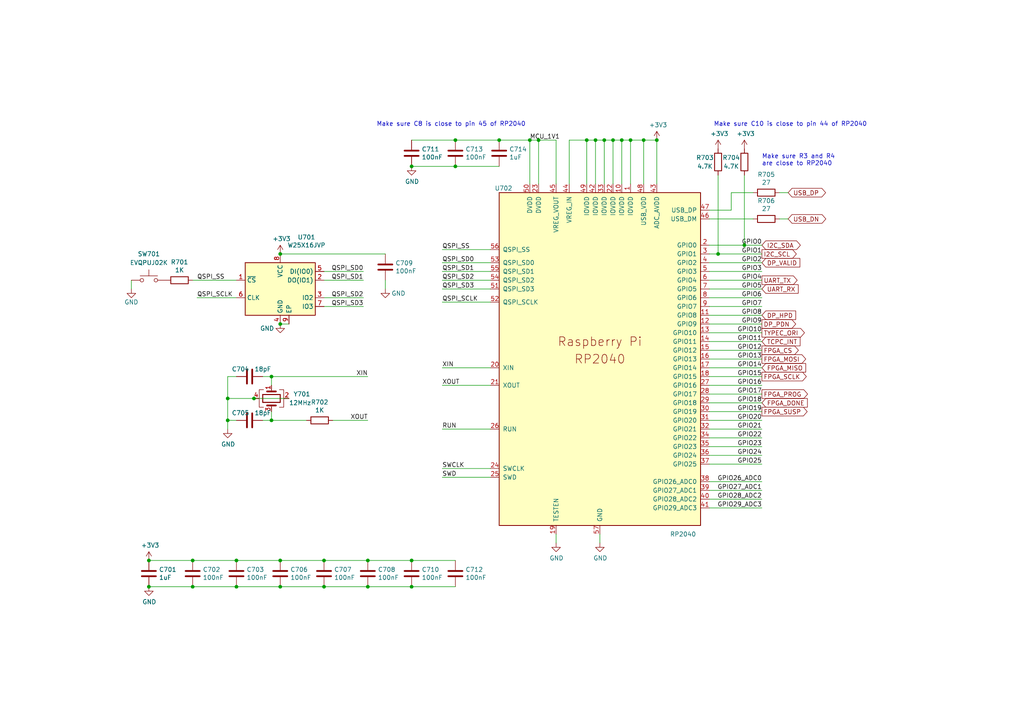
<source format=kicad_sch>
(kicad_sch (version 20211123) (generator eeschema)
  (paper "A4")
  (title_block (title "Caster EPDC") (date "2022-07-03") (rev "R0.4") (company "Copyright 2022 Modos / Engineer: Wenting Zhang"))
  (lib_symbols
    (symbol "Device:C" (pin_numbers hide) (pin_names (offset 0.254))
      (property "Reference" "C" (at 0.635 2.54 0))
      (property "Value" "C" (at 0.635 -2.54 0))
      (symbol "C_0_1"
        (polyline (pts (xy -2.032 -0.762) (xy 2.032 -0.762)) (stroke (width 0.508)))
        (polyline (pts (xy -2.032 0.762) (xy 2.032 0.762)) (stroke (width 0.508)))
      )
      (symbol "C_1_1"
        (pin passive line (at 0 3.81 270) (length 2.794) (name "~") (number "1"))
        (pin passive line (at 0 -3.81 90) (length 2.794) (name "~") (number "2"))
      )
    )
    (symbol "Device:Crystal_GND24" (pin_names (offset 1.016) hide)
      (property "Reference" "Y" (at 3.175 5.08 0))
      (property "Value" "Crystal_GND24" (at 3.175 3.175 0))
      (symbol "Crystal_GND24_0_1"
        (rectangle (start -1.143 2.54) (end 1.143 -2.54) (stroke (width 0.3048)))
        (polyline (pts (xy -2.54 0) (xy -2.032 0)))
        (polyline (pts (xy -2.032 -1.27) (xy -2.032 1.27)) (stroke (width 0.508)))
        (polyline (pts (xy 0 -3.81) (xy 0 -3.556)))
        (polyline (pts (xy 0 3.556) (xy 0 3.81)))
        (polyline (pts (xy 2.032 -1.27) (xy 2.032 1.27)) (stroke (width 0.508)))
        (polyline (pts (xy 2.032 0) (xy 2.54 0)))
        (polyline (pts (xy -2.54 -2.286) (xy -2.54 -3.556) (xy 2.54 -3.556) (xy 2.54 -2.286)))
        (polyline (pts (xy -2.54 2.286) (xy -2.54 3.556) (xy 2.54 3.556) (xy 2.54 2.286)))
      )
      (symbol "Crystal_GND24_1_1"
        (pin passive line (at -3.81 0 0) (length 1.27) (name "1") (number "1"))
        (pin passive line (at 0 5.08 270) (length 1.27) (name "2") (number "2"))
        (pin passive line (at 3.81 0 180) (length 1.27) (name "3") (number "3"))
        (pin passive line (at 0 -5.08 90) (length 1.27) (name "4") (number "4"))
      )
    )
    (symbol "Device:R" (pin_numbers hide) (pin_names (offset 0))
      (property "Reference" "R" (at 2.032 0 90))
      (property "Value" "R" (at 0 0 90))
      (symbol "R_0_1"
        (rectangle (start -1.016 -2.54) (end 1.016 2.54) (stroke (width 0.254)))
      )
      (symbol "R_1_1"
        (pin passive line (at 0 3.81 270) (length 1.27) (name "~") (number "1"))
        (pin passive line (at 0 -3.81 90) (length 1.27) (name "~") (number "2"))
      )
    )
    (symbol "MCU_RaspberryPi_RP2040:RP2040" (pin_names (offset 1.016))
      (property "Reference" "U" (at -29.21 49.53 0))
      (property "Value" "RP2040" (at 24.13 -49.53 0))
      (symbol "RP2040_0_0"
        (text "Raspberry Pi" (at 0 5.08 0) (effects (font (size 2.54 2.54))))
        (text "RP2040" (at 0 0 0) (effects (font (size 2.54 2.54))))
      )
      (symbol "RP2040_0_1"
        (rectangle (start 29.21 48.26) (end -29.21 -48.26) (stroke (width 0.254)) (fill (type background)))
      )
      (symbol "RP2040_1_1"
        (pin power_in line (at 8.89 50.8 270) (length 2.54) (name "IOVDD") (number "1"))
        (pin power_in line (at 6.35 50.8 270) (length 2.54) (name "IOVDD") (number "10"))
        (pin bidirectional line (at 31.75 12.7 180) (length 2.54) (name "GPIO8") (number "11"))
        (pin bidirectional line (at 31.75 10.16 180) (length 2.54) (name "GPIO9") (number "12"))
        (pin bidirectional line (at 31.75 7.62 180) (length 2.54) (name "GPIO10") (number "13"))
        (pin bidirectional line (at 31.75 5.08 180) (length 2.54) (name "GPIO11") (number "14"))
        (pin bidirectional line (at 31.75 2.54 180) (length 2.54) (name "GPIO12") (number "15"))
        (pin bidirectional line (at 31.75 0 180) (length 2.54) (name "GPIO13") (number "16"))
        (pin bidirectional line (at 31.75 -2.54 180) (length 2.54) (name "GPIO14") (number "17"))
        (pin bidirectional line (at 31.75 -5.08 180) (length 2.54) (name "GPIO15") (number "18"))
        (pin passive line (at -12.7 -50.8 90) (length 2.54) (name "TESTEN") (number "19"))
        (pin bidirectional line (at 31.75 33.02 180) (length 2.54) (name "GPIO0") (number "2"))
        (pin input line (at -31.75 -2.54 0) (length 2.54) (name "XIN") (number "20"))
        (pin passive line (at -31.75 -7.62 0) (length 2.54) (name "XOUT") (number "21"))
        (pin power_in line (at 3.81 50.8 270) (length 2.54) (name "IOVDD") (number "22"))
        (pin power_in line (at -17.78 50.8 270) (length 2.54) (name "DVDD") (number "23"))
        (pin output line (at -31.75 -31.75 0) (length 2.54) (name "SWCLK") (number "24"))
        (pin bidirectional line (at -31.75 -34.29 0) (length 2.54) (name "SWD") (number "25"))
        (pin input line (at -31.75 -20.32 0) (length 2.54) (name "RUN") (number "26"))
        (pin bidirectional line (at 31.75 -7.62 180) (length 2.54) (name "GPIO16") (number "27"))
        (pin bidirectional line (at 31.75 -10.16 180) (length 2.54) (name "GPIO17") (number "28"))
        (pin bidirectional line (at 31.75 -12.7 180) (length 2.54) (name "GPIO18") (number "29"))
        (pin bidirectional line (at 31.75 30.48 180) (length 2.54) (name "GPIO1") (number "3"))
        (pin bidirectional line (at 31.75 -15.24 180) (length 2.54) (name "GPIO19") (number "30"))
        (pin bidirectional line (at 31.75 -17.78 180) (length 2.54) (name "GPIO20") (number "31"))
        (pin bidirectional line (at 31.75 -20.32 180) (length 2.54) (name "GPIO21") (number "32"))
        (pin power_in line (at 1.27 50.8 270) (length 2.54) (name "IOVDD") (number "33"))
        (pin bidirectional line (at 31.75 -22.86 180) (length 2.54) (name "GPIO22") (number "34"))
        (pin bidirectional line (at 31.75 -25.4 180) (length 2.54) (name "GPIO23") (number "35"))
        (pin bidirectional line (at 31.75 -27.94 180) (length 2.54) (name "GPIO24") (number "36"))
        (pin bidirectional line (at 31.75 -30.48 180) (length 2.54) (name "GPIO25") (number "37"))
        (pin bidirectional line (at 31.75 -35.56 180) (length 2.54) (name "GPIO26_ADC0") (number "38"))
        (pin bidirectional line (at 31.75 -38.1 180) (length 2.54) (name "GPIO27_ADC1") (number "39"))
        (pin bidirectional line (at 31.75 27.94 180) (length 2.54) (name "GPIO2") (number "4"))
        (pin bidirectional line (at 31.75 -40.64 180) (length 2.54) (name "GPIO28_ADC2") (number "40"))
        (pin bidirectional line (at 31.75 -43.18 180) (length 2.54) (name "GPIO29_ADC3") (number "41"))
        (pin power_in line (at -1.27 50.8 270) (length 2.54) (name "IOVDD") (number "42"))
        (pin power_in line (at 16.51 50.8 270) (length 2.54) (name "ADC_AVDD") (number "43"))
        (pin power_in line (at -8.89 50.8 270) (length 2.54) (name "VREG_IN") (number "44"))
        (pin power_out line (at -12.7 50.8 270) (length 2.54) (name "VREG_VOUT") (number "45"))
        (pin bidirectional line (at 31.75 40.64 180) (length 2.54) (name "USB_DM") (number "46"))
        (pin bidirectional line (at 31.75 43.18 180) (length 2.54) (name "USB_DP") (number "47"))
        (pin power_in line (at 12.7 50.8 270) (length 2.54) (name "USB_VDD") (number "48"))
        (pin power_in line (at -3.81 50.8 270) (length 2.54) (name "IOVDD") (number "49"))
        (pin bidirectional line (at 31.75 25.4 180) (length 2.54) (name "GPIO3") (number "5"))
        (pin power_in line (at -20.32 50.8 270) (length 2.54) (name "DVDD") (number "50"))
        (pin bidirectional line (at -31.75 20.32 0) (length 2.54) (name "QSPI_SD3") (number "51"))
        (pin output line (at -31.75 16.51 0) (length 2.54) (name "QSPI_SCLK") (number "52"))
        (pin bidirectional line (at -31.75 27.94 0) (length 2.54) (name "QSPI_SD0") (number "53"))
        (pin bidirectional line (at -31.75 22.86 0) (length 2.54) (name "QSPI_SD2") (number "54"))
        (pin bidirectional line (at -31.75 25.4 0) (length 2.54) (name "QSPI_SD1") (number "55"))
        (pin bidirectional line (at -31.75 31.75 0) (length 2.54) (name "QSPI_SS") (number "56"))
        (pin power_in line (at 0 -50.8 90) (length 2.54) (name "GND") (number "57"))
        (pin bidirectional line (at 31.75 22.86 180) (length 2.54) (name "GPIO4") (number "6"))
        (pin bidirectional line (at 31.75 20.32 180) (length 2.54) (name "GPIO5") (number "7"))
        (pin bidirectional line (at 31.75 17.78 180) (length 2.54) (name "GPIO6") (number "8"))
        (pin bidirectional line (at 31.75 15.24 180) (length 2.54) (name "GPIO7") (number "9"))
      )
    )
    (symbol "Memory_Flash:W25Q32JVZP"
      (property "Reference" "U" (at -8.89 8.89 0))
      (property "Value" "W25Q32JVZP" (at 7.62 8.89 0))
      (symbol "W25Q32JVZP_0_1"
        (rectangle (start -10.16 7.62) (end 10.16 -7.62) (stroke (width 0.254)) (fill (type background)))
      )
      (symbol "W25Q32JVZP_1_1"
        (pin input line (at -12.7 2.54 0) (length 2.54) (name "~{CS}") (number "1"))
        (pin bidirectional line (at 12.7 2.54 180) (length 2.54) (name "DO(IO1)") (number "2"))
        (pin bidirectional line (at 12.7 -2.54 180) (length 2.54) (name "IO2") (number "3"))
        (pin power_in line (at 0 -10.16 90) (length 2.54) (name "GND") (number "4"))
        (pin bidirectional line (at 12.7 5.08 180) (length 2.54) (name "DI(IO0)") (number "5"))
        (pin input line (at -12.7 -2.54 0) (length 2.54) (name "CLK") (number "6"))
        (pin bidirectional line (at 12.7 -5.08 180) (length 2.54) (name "IO3") (number "7"))
        (pin power_in line (at 0 10.16 270) (length 2.54) (name "VCC") (number "8"))
        (pin passive line (at 2.54 -10.16 90) (length 2.54) (name "EP") (number "9"))
      )
    )
    (symbol "Switch:SW_Push" (pin_numbers hide) (pin_names (offset 1.016) hide)
      (property "Reference" "SW" (at 1.27 2.54 0))
      (property "Value" "SW_Push" (at 0 -1.524 0))
      (symbol "SW_Push_0_1"
        (circle (center -2.032 0) (radius 0.508))
        (polyline (pts (xy 0 1.27) (xy 0 3.048)))
        (polyline (pts (xy 2.54 1.27) (xy -2.54 1.27)))
        (circle (center 2.032 0) (radius 0.508))
        (pin passive line (at -5.08 0 0) (length 2.54) (name "1") (number "1"))
        (pin passive line (at 5.08 0 180) (length 2.54) (name "2") (number "2"))
      )
    )
    (symbol "power:+3V3" (power) (pin_names (offset 0))
      (property "Value" "+3V3" (at 0 3.556 0))
      (symbol "+3V3_0_1"
        (polyline (pts (xy -0.762 1.27) (xy 0 2.54)))
        (polyline (pts (xy 0 0) (xy 0 2.54)))
        (polyline (pts (xy 0 2.54) (xy 0.762 1.27)))
      )
      (symbol "+3V3_1_1"
        (pin power_in line (at 0 0 90) (length 0) hide (name "+3V3") (number "1"))
      )
    )
    (symbol "power:GND" (power) (pin_names (offset 0))
      (property "Value" "GND" (at 0 -3.81 0))
      (symbol "GND_0_1"
        (polyline (pts (xy 0 0) (xy 0 -1.27) (xy 1.27 -1.27) (xy 0 -2.54) (xy -1.27 -1.27) (xy 0 -1.27)))
      )
      (symbol "GND_1_1"
        (pin power_in line (at 0 0 270) (length 0) hide (name "GND") (number "1"))
      )
    )
  )
  (junction (at 156.21 40.64) (diameter 0.9144))
  (junction (at 153.67 40.64) (diameter 0.9144))
  (junction (at 68.58 170.18) (diameter 0.9144))
  (junction (at 172.72 40.64) (diameter 0.9144))
  (junction (at 106.68 170.18) (diameter 0.9144))
  (junction (at 177.8 40.64) (diameter 0.9144))
  (junction (at 78.74 121.92) (diameter 0.9144))
  (junction (at 81.28 162.56) (diameter 0.9144))
  (junction (at 119.38 162.56) (diameter 0.9144))
  (junction (at 93.98 170.18) (diameter 0.9144))
  (junction (at 144.78 40.64) (diameter 0.9144))
  (junction (at 119.38 48.26) (diameter 0.9144))
  (junction (at 73.66 115.57) (diameter 0.9144))
  (junction (at 175.26 40.64) (diameter 0.9144))
  (junction (at 43.18 170.18) (diameter 0.9144))
  (junction (at 106.68 162.56) (diameter 0.9144))
  (junction (at 78.74 109.22) (diameter 0.9144))
  (junction (at 81.28 73.66))
  (junction (at 55.88 162.56) (diameter 0.9144))
  (junction (at 180.34 40.64) (diameter 0.9144))
  (junction (at 182.88 40.64) (diameter 0.9144))
  (junction (at 132.08 48.26) (diameter 0.9144))
  (junction (at 55.88 170.18) (diameter 0.9144))
  (junction (at 66.04 115.57) (diameter 0.9144))
  (junction (at 66.04 121.92) (diameter 0.9144))
  (junction (at 190.5 40.64) (diameter 0.9144))
  (junction (at 132.08 40.64) (diameter 0.9144))
  (junction (at 68.58 162.56) (diameter 0.9144))
  (junction (at 93.98 162.56) (diameter 0.9144))
  (junction (at 81.28 170.18) (diameter 0.9144))
  (junction (at 119.38 170.18) (diameter 0.9144))
  (junction (at 43.18 162.56) (diameter 0.9144))
  (junction (at 81.28 93.98))
  (junction (at 170.18 40.64) (diameter 0.9144))
  (junction (at 186.69 40.64) (diameter 0.9144))
  (junction (at 215.9 71.12) (diameter 0.9144))
  (junction (at 208.28 73.66) (diameter 0.9144))
  (wire (pts (xy 205.74 73.66) (xy 208.28 73.66)))
  (wire (pts (xy 111.76 81.28) (xy 111.76 83.82)))
  (wire (pts (xy 119.38 40.64) (xy 132.08 40.64)))
  (wire (pts (xy 175.26 40.64) (xy 177.8 40.64)))
  (wire (pts (xy 205.74 134.62) (xy 220.98 134.62)))
  (wire (pts (xy 78.74 111.76) (xy 78.74 109.22)))
  (wire (pts (xy 190.5 40.64) (xy 190.5 53.34)))
  (wire (pts (xy 186.69 53.34) (xy 186.69 40.64)))
  (wire (pts (xy 93.98 81.28) (xy 105.41 81.28)))
  (wire (pts (xy 81.28 93.98) (xy 83.82 93.98)))
  (wire (pts (xy 96.52 121.92) (xy 106.68 121.92)))
  (wire (pts (xy 93.98 170.18) (xy 106.68 170.18)))
  (wire (pts (xy 66.04 121.92) (xy 68.58 121.92)))
  (wire (pts (xy 186.69 40.64) (xy 190.5 40.64)))
  (wire (pts (xy 78.74 121.92) (xy 76.2 121.92)))
  (wire (pts (xy 153.67 40.64) (xy 153.67 53.34)))
  (wire (pts (xy 66.04 121.92) (xy 66.04 124.46)))
  (wire (pts (xy 205.74 81.28) (xy 220.98 81.28)))
  (wire (pts (xy 156.21 40.64) (xy 153.67 40.64)))
  (wire (pts (xy 161.29 154.94) (xy 161.29 157.48)))
  (wire (pts (xy 177.8 53.34) (xy 177.8 40.64)))
  (wire (pts (xy 205.74 119.38) (xy 220.98 119.38)))
  (wire (pts (xy 205.74 101.6) (xy 220.98 101.6)))
  (wire (pts (xy 119.38 48.26) (xy 132.08 48.26)))
  (wire (pts (xy 180.34 53.34) (xy 180.34 40.64)))
  (wire (pts (xy 226.06 63.5) (xy 228.6 63.5)))
  (wire (pts (xy 68.58 162.56) (xy 81.28 162.56)))
  (wire (pts (xy 76.2 109.22) (xy 78.74 109.22)))
  (wire (pts (xy 205.74 121.92) (xy 220.98 121.92)))
  (wire (pts (xy 165.1 53.34) (xy 165.1 40.64)))
  (wire (pts (xy 208.28 50.8) (xy 208.28 73.66)))
  (wire (pts (xy 78.74 109.22) (xy 106.68 109.22)))
  (wire (pts (xy 205.74 60.96) (xy 212.09 60.96)))
  (wire (pts (xy 205.74 78.74) (xy 220.98 78.74)))
  (wire (pts (xy 208.28 73.66) (xy 220.98 73.66)))
  (wire (pts (xy 177.8 40.64) (xy 180.34 40.64)))
  (wire (pts (xy 128.27 124.46) (xy 142.24 124.46)))
  (wire (pts (xy 66.04 109.22) (xy 66.04 115.57)))
  (wire (pts (xy 83.82 115.57) (xy 73.66 115.57)))
  (wire (pts (xy 205.74 86.36) (xy 220.98 86.36)))
  (wire (pts (xy 66.04 115.57) (xy 73.66 115.57)))
  (wire (pts (xy 38.1 81.28) (xy 38.1 83.82)))
  (wire (pts (xy 215.9 50.8) (xy 215.9 71.12)))
  (wire (pts (xy 119.38 170.18) (xy 132.08 170.18)))
  (wire (pts (xy 93.98 162.56) (xy 106.68 162.56)))
  (wire (pts (xy 205.74 91.44) (xy 220.98 91.44)))
  (wire (pts (xy 78.74 119.38) (xy 78.74 121.92)))
  (wire (pts (xy 119.38 162.56) (xy 132.08 162.56)))
  (wire (pts (xy 142.24 135.89) (xy 128.27 135.89)))
  (wire (pts (xy 132.08 48.26) (xy 144.78 48.26)))
  (wire (pts (xy 128.27 106.68) (xy 142.24 106.68)))
  (wire (pts (xy 128.27 83.82) (xy 142.24 83.82)))
  (wire (pts (xy 173.99 154.94) (xy 173.99 157.48)))
  (wire (pts (xy 170.18 53.34) (xy 170.18 40.64)))
  (wire (pts (xy 205.74 83.82) (xy 220.98 83.82)))
  (wire (pts (xy 205.74 106.68) (xy 220.98 106.68)))
  (wire (pts (xy 205.74 142.24) (xy 220.98 142.24)))
  (wire (pts (xy 55.88 162.56) (xy 68.58 162.56)))
  (wire (pts (xy 205.74 71.12) (xy 215.9 71.12)))
  (wire (pts (xy 205.74 76.2) (xy 220.98 76.2)))
  (wire (pts (xy 132.08 40.64) (xy 144.78 40.64)))
  (wire (pts (xy 180.34 40.64) (xy 182.88 40.64)))
  (wire (pts (xy 205.74 111.76) (xy 220.98 111.76)))
  (wire (pts (xy 205.74 127) (xy 220.98 127)))
  (wire (pts (xy 68.58 109.22) (xy 66.04 109.22)))
  (wire (pts (xy 172.72 53.34) (xy 172.72 40.64)))
  (wire (pts (xy 142.24 72.39) (xy 128.27 72.39)))
  (wire (pts (xy 226.06 55.88) (xy 228.6 55.88)))
  (wire (pts (xy 205.74 104.14) (xy 220.98 104.14)))
  (wire (pts (xy 81.28 170.18) (xy 93.98 170.18)))
  (wire (pts (xy 106.68 162.56) (xy 119.38 162.56)))
  (wire (pts (xy 182.88 40.64) (xy 186.69 40.64)))
  (wire (pts (xy 156.21 53.34) (xy 156.21 40.64)))
  (wire (pts (xy 205.74 129.54) (xy 220.98 129.54)))
  (wire (pts (xy 144.78 40.64) (xy 153.67 40.64)))
  (wire (pts (xy 43.18 170.18) (xy 55.88 170.18)))
  (wire (pts (xy 93.98 86.36) (xy 105.41 86.36)))
  (wire (pts (xy 81.28 162.56) (xy 93.98 162.56)))
  (wire (pts (xy 205.74 139.7) (xy 220.98 139.7)))
  (wire (pts (xy 205.74 144.78) (xy 220.98 144.78)))
  (wire (pts (xy 156.21 40.64) (xy 161.29 40.64)))
  (wire (pts (xy 161.29 40.64) (xy 161.29 53.34)))
  (wire (pts (xy 172.72 40.64) (xy 175.26 40.64)))
  (wire (pts (xy 205.74 132.08) (xy 220.98 132.08)))
  (wire (pts (xy 170.18 40.64) (xy 172.72 40.64)))
  (wire (pts (xy 88.9 121.92) (xy 78.74 121.92)))
  (wire (pts (xy 205.74 147.32) (xy 220.98 147.32)))
  (wire (pts (xy 43.18 162.56) (xy 55.88 162.56)))
  (wire (pts (xy 205.74 93.98) (xy 220.98 93.98)))
  (wire (pts (xy 205.74 63.5) (xy 218.44 63.5)))
  (wire (pts (xy 81.28 73.66) (xy 111.76 73.66)))
  (wire (pts (xy 205.74 116.84) (xy 220.98 116.84)))
  (wire (pts (xy 93.98 88.9) (xy 105.41 88.9)))
  (wire (pts (xy 205.74 124.46) (xy 220.98 124.46)))
  (wire (pts (xy 142.24 138.43) (xy 128.27 138.43)))
  (wire (pts (xy 57.15 86.36) (xy 68.58 86.36)))
  (wire (pts (xy 55.88 81.28) (xy 68.58 81.28)))
  (wire (pts (xy 128.27 76.2) (xy 142.24 76.2)))
  (wire (pts (xy 165.1 40.64) (xy 170.18 40.64)))
  (wire (pts (xy 142.24 111.76) (xy 128.27 111.76)))
  (wire (pts (xy 68.58 170.18) (xy 81.28 170.18)))
  (wire (pts (xy 205.74 96.52) (xy 220.98 96.52)))
  (wire (pts (xy 66.04 115.57) (xy 66.04 121.92)))
  (wire (pts (xy 93.98 78.74) (xy 105.41 78.74)))
  (wire (pts (xy 205.74 114.3) (xy 220.98 114.3)))
  (wire (pts (xy 175.26 53.34) (xy 175.26 40.64)))
  (wire (pts (xy 205.74 109.22) (xy 220.98 109.22)))
  (wire (pts (xy 182.88 40.64) (xy 182.88 53.34)))
  (wire (pts (xy 55.88 170.18) (xy 68.58 170.18)))
  (wire (pts (xy 215.9 71.12) (xy 220.98 71.12)))
  (wire (pts (xy 212.09 55.88) (xy 218.44 55.88)))
  (wire (pts (xy 205.74 88.9) (xy 220.98 88.9)))
  (wire (pts (xy 142.24 87.63) (xy 128.27 87.63)))
  (wire (pts (xy 106.68 170.18) (xy 119.38 170.18)))
  (wire (pts (xy 212.09 55.88) (xy 212.09 60.96)))
  (wire (pts (xy 128.27 81.28) (xy 142.24 81.28)))
  (wire (pts (xy 128.27 78.74) (xy 142.24 78.74)))
  (wire (pts (xy 205.74 99.06) (xy 220.98 99.06)))
  (text "Make sure R3 and R4\nare close to RP2040" (at 220.98 48.26 0) (effects (font (size 1.27 1.27)) (justify left bottom)))
  (text "Make sure C10 is close to pin 44 of RP2040" (at 207.01 36.83 0) (effects (font (size 1.27 1.27)) (justify left bottom)))
  (text "Make sure C8 is close to pin 45 of RP2040" (at 109.22 36.83 0) (effects (font (size 1.27 1.27)) (justify left bottom)))
  (label "XIN" (at 106.68 109.22 180))
  (label "QSPI_SD2" (at 105.41 86.36 180))
  (label "QSPI_SD0" (at 128.27 76.2 0))
  (label "GPIO4" (at 220.98 81.28 180))
  (label "QSPI_SD3" (at 105.41 88.9 180))
  (label "XOUT" (at 106.68 121.92 180))
  (label "GPIO27_ADC1" (at 220.98 142.24 180))
  (label "GPIO13" (at 220.98 104.14 180))
  (label "QSPI_SD0" (at 105.41 78.74 180))
  (label "GPIO23" (at 220.98 129.54 180))
  (label "QSPI_SS" (at 57.15 81.28 0))
  (label "GPIO11" (at 220.98 99.06 180))
  (label "GPIO20" (at 220.98 121.92 180))
  (label "XIN" (at 128.27 106.68 0))
  (label "GPIO14" (at 220.98 106.68 180))
  (label "QSPI_SD1" (at 128.27 78.74 0))
  (label "GPIO5" (at 220.98 83.82 180))
  (label "GPIO16" (at 220.98 111.76 180))
  (label "GPIO26_ADC0" (at 220.98 139.7 180))
  (label "GPIO0" (at 220.98 71.12 180))
  (label "GPIO9" (at 220.98 93.98 180))
  (label "GPIO7" (at 220.98 88.9 180))
  (label "XOUT" (at 128.27 111.76 0))
  (label "QSPI_SCLK" (at 57.15 86.36 0))
  (label "GPIO21" (at 220.98 124.46 180))
  (label "GPIO22" (at 220.98 127 180))
  (label "QSPI_SD1" (at 105.41 81.28 180))
  (label "SWCLK" (at 128.27 135.89 0))
  (label "GPIO18" (at 220.98 116.84 180))
  (label "GPIO6" (at 220.98 86.36 180))
  (label "SWD" (at 128.27 138.43 0))
  (label "RUN" (at 128.27 124.46 0))
  (label "GPIO15" (at 220.98 109.22 180))
  (label "GPIO10" (at 220.98 96.52 180))
  (label "QSPI_SS" (at 128.27 72.39 0))
  (label "GPIO12" (at 220.98 101.6 180))
  (label "GPIO19" (at 220.98 119.38 180))
  (label "GPIO24" (at 220.98 132.08 180))
  (label "QSPI_SD2" (at 128.27 81.28 0))
  (label "GPIO8" (at 220.98 91.44 180))
  (label "QSPI_SCLK" (at 128.27 87.63 0))
  (label "QSPI_SD3" (at 128.27 83.82 0))
  (label "GPIO17" (at 220.98 114.3 180))
  (label "MCU_1V1" (at 153.67 40.64 0))
  (label "GPIO1" (at 220.98 73.66 180))
  (label "GPIO28_ADC2" (at 220.98 144.78 180))
  (label "GPIO2" (at 220.98 76.2 180))
  (label "GPIO3" (at 220.98 78.74 180))
  (label "GPIO29_ADC3" (at 220.98 147.32 180))
  (label "GPIO25" (at 220.98 134.62 180))
  (global_label "UART_RX" (shape input) (at 220.98 83.82 0) (property "Intersheet References" "${INTERSHEET_REFS}" (effects hide)))
  (global_label "USB_DN" (shape bidirectional) (at 228.6 63.5 0) (property "Intersheet References" "${INTERSHEET_REFS}" (effects hide)))
  (global_label "DP_PDN" (shape output) (at 220.98 93.98 0) (property "Intersheet References" "${INTERSHEET_REFS}" (effects hide)))
  (global_label "I2C_SCL" (shape output) (at 220.98 73.66 0) (property "Intersheet References" "${INTERSHEET_REFS}" (effects hide)))
  (global_label "FPGA_MISO" (shape input) (at 220.98 106.68 0) (property "Intersheet References" "${INTERSHEET_REFS}" (effects hide)))
  (global_label "UART_TX" (shape output) (at 220.98 81.28 0) (property "Intersheet References" "${INTERSHEET_REFS}" (effects hide)))
  (global_label "FPGA_CS" (shape output) (at 220.98 101.6 0) (property "Intersheet References" "${INTERSHEET_REFS}" (effects hide)))
  (global_label "TCPC_INT" (shape input) (at 220.98 99.06 0) (property "Intersheet References" "${INTERSHEET_REFS}" (effects hide)))
  (global_label "FPGA_SUSP" (shape output) (at 220.98 119.38 0) (property "Intersheet References" "${INTERSHEET_REFS}" (effects hide)))
  (global_label "FPGA_SCLK" (shape output) (at 220.98 109.22 0) (property "Intersheet References" "${INTERSHEET_REFS}" (effects hide)))
  (global_label "DP_HPD" (shape input) (at 220.98 91.44 0) (property "Intersheet References" "${INTERSHEET_REFS}" (effects hide)))
  (global_label "TYPEC_ORI" (shape output) (at 220.98 96.52 0) (property "Intersheet References" "${INTERSHEET_REFS}" (effects hide)))
  (global_label "I2C_SDA" (shape bidirectional) (at 220.98 71.12 0) (property "Intersheet References" "${INTERSHEET_REFS}" (effects hide)))
  (global_label "FPGA_PROG" (shape output) (at 220.98 114.3 0) (property "Intersheet References" "${INTERSHEET_REFS}" (effects hide)))
  (global_label "FPGA_DONE" (shape input) (at 220.98 116.84 0) (property "Intersheet References" "${INTERSHEET_REFS}" (effects hide)))
  (global_label "FPGA_MOSI" (shape output) (at 220.98 104.14 0) (property "Intersheet References" "${INTERSHEET_REFS}" (effects hide)))
  (global_label "USB_DP" (shape bidirectional) (at 228.6 55.88 0) (property "Intersheet References" "${INTERSHEET_REFS}" (effects hide)))
  (global_label "DP_VALID" (shape input) (at 220.98 76.2 0) (property "Intersheet References" "${INTERSHEET_REFS}" (effects hide)))
  (symbol (lib_id "Device:C") (at 68.58 166.37 0) (unit 1)
    (property "Reference" "C703" (at 71.501 165.2016 0) (effects (justify left)))
    (property "Value" "100nF" (at 71.501 167.513 0) (effects (justify left)))
    (property "Footprint" "Capacitor_SMD:C_0402_1005Metric" (effects hide))
  )
  (symbol (lib_id "power:GND") (at 119.38 48.26 0) (unit 1)
    (property "Reference" "#PWR0158" (effects hide))
    (property "Value" "GND" (at 119.507 52.6542 0))
  )
  (symbol (lib_id "Switch:SW_Push") (at 43.18 81.28 0) (mirror y) (unit 1)
    (property "Reference" "SW701" (at 43.18 73.66 0))
    (property "Value" "EVQPUJ02K" (at 43.18 76.2 0))
    (property "Footprint" "Button_Switch_SMD:SW_SPST_CK_KXT3" (effects hide))
  )
  (symbol (lib_id "power:GND") (at 161.29 157.48 0) (unit 1)
    (property "Reference" "#PWR0161" (effects hide))
    (property "Value" "GND" (at 161.417 161.8742 0))
  )
  (symbol (lib_id "Device:R") (at 92.71 121.92 270) (unit 1)
    (property "Reference" "R702" (at 92.71 116.6622 90))
    (property "Value" "1K" (at 92.71 118.9736 90))
    (property "Footprint" "Resistor_SMD:R_0402_1005Metric" (effects hide))
  )
  (symbol (lib_id "power:+3V3") (at 190.5 40.64 0) (unit 1)
    (property "Reference" "#PWR0171" (effects hide))
    (property "Value" "+3V3" (at 190.881 36.2458 0))
  )
  (symbol (lib_id "Device:C") (at 81.28 166.37 0) (unit 1)
    (property "Reference" "C706" (at 84.201 165.2016 0) (effects (justify left)))
    (property "Value" "100nF" (at 84.201 167.513 0) (effects (justify left)))
    (property "Footprint" "Capacitor_SMD:C_0402_1005Metric" (effects hide))
  )
  (symbol (lib_id "power:GND") (at 66.04 124.46 0) (unit 1)
    (property "Reference" "#PWR0165" (effects hide))
    (property "Value" "GND" (at 66.167 128.8542 0))
  )
  (symbol (lib_id "Device:C") (at 106.68 166.37 0) (unit 1)
    (property "Reference" "C708" (at 109.601 165.2016 0) (effects (justify left)))
    (property "Value" "100nF" (at 109.601 167.513 0) (effects (justify left)))
    (property "Footprint" "Capacitor_SMD:C_0402_1005Metric" (effects hide))
  )
  (symbol (lib_id "Device:C") (at 55.88 166.37 0) (unit 1)
    (property "Reference" "C702" (at 58.801 165.2016 0) (effects (justify left)))
    (property "Value" "100nF" (at 58.801 167.513 0) (effects (justify left)))
    (property "Footprint" "Capacitor_SMD:C_0402_1005Metric" (effects hide))
  )
  (symbol (lib_id "Device:C") (at 43.18 166.37 0) (unit 1)
    (property "Reference" "C701" (at 46.101 165.202 0) (effects (justify left)))
    (property "Value" "1uF" (at 46.101 167.513 0) (effects (justify left)))
    (property "Footprint" "Capacitor_SMD:C_0402_1005Metric" (effects hide))
  )
  (symbol (lib_id "power:GND") (at 173.99 157.48 0) (unit 1)
    (property "Reference" "#PWR0160" (effects hide))
    (property "Value" "GND" (at 174.117 161.8742 0))
  )
  (symbol (lib_id "Device:C") (at 132.08 44.45 0) (unit 1)
    (property "Reference" "C713" (at 135.001 43.2816 0) (effects (justify left)))
    (property "Value" "100nF" (at 135.001 45.593 0) (effects (justify left)))
    (property "Footprint" "Capacitor_SMD:C_0402_1005Metric" (effects hide))
  )
  (symbol (lib_id "Device:C") (at 111.76 77.47 0) (unit 1)
    (property "Reference" "C709" (at 114.681 76.3016 0) (effects (justify left)))
    (property "Value" "100nF" (at 114.681 78.613 0) (effects (justify left)))
    (property "Footprint" "Capacitor_SMD:C_0402_1005Metric" (effects hide))
  )
  (symbol (lib_id "power:GND") (at 38.1 83.82 0) (unit 1)
    (property "Reference" "#PWR0164" (effects hide))
    (property "Value" "GND" (at 38.1 87.63 0))
  )
  (symbol (lib_id "Device:R") (at 222.25 63.5 270) (unit 1)
    (property "Reference" "R706" (at 222.25 58.2422 90))
    (property "Value" "27" (at 222.25 60.5536 90))
    (property "Footprint" "Resistor_SMD:R_0402_1005Metric" (effects hide))
  )
  (symbol (lib_id "Device:C") (at 119.38 166.37 0) (unit 1)
    (property "Reference" "C710" (at 122.301 165.2016 0) (effects (justify left)))
    (property "Value" "100nF" (at 122.301 167.513 0) (effects (justify left)))
    (property "Footprint" "Capacitor_SMD:C_0402_1005Metric" (effects hide))
  )
  (symbol (lib_id "power:+3V3") (at 43.18 162.56 0) (unit 1)
    (property "Reference" "#PWR0162" (effects hide))
    (property "Value" "+3V3" (at 43.561 158.1658 0))
  )
  (symbol (lib_id "MCU_RaspberryPi_RP2040:RP2040") (at 173.99 104.14 0) (unit 1)
    (property "Reference" "U702" (at 146.05 54.61 0))
    (property "Value" "RP2040" (at 198.12 154.94 0))
    (property "Footprint" "footprints:RP2040-QFN-56" (effects hide))
  )
  (symbol (lib_id "Device:C") (at 93.98 166.37 0) (unit 1)
    (property "Reference" "C707" (at 96.901 165.2016 0) (effects (justify left)))
    (property "Value" "100nF" (at 96.901 167.513 0) (effects (justify left)))
    (property "Footprint" "Capacitor_SMD:C_0402_1005Metric" (effects hide))
  )
  (symbol (lib_id "Device:R") (at 208.28 46.99 0) (unit 1)
    (property "Reference" "R703" (at 204.47 45.72 0))
    (property "Value" "4.7K" (at 204.47 48.26 0))
    (property "Footprint" "Resistor_SMD:R_0402_1005Metric" (effects hide))
  )
  (symbol (lib_id "Device:C") (at 72.39 109.22 270) (unit 1)
    (property "Reference" "C704" (at 67.2084 107.061 90) (effects (justify left)))
    (property "Value" "18pF" (at 73.787 107.061 90) (effects (justify left)))
    (property "Footprint" "Capacitor_SMD:C_0402_1005Metric" (effects hide))
  )
  (symbol (lib_id "power:GND") (at 111.76 83.82 0) (unit 1)
    (property "Reference" "#PWR0168" (effects hide))
    (property "Value" "GND" (at 115.57 85.09 0))
  )
  (symbol (lib_id "Device:R") (at 52.07 81.28 270) (unit 1)
    (property "Reference" "R701" (at 52.07 76.0222 90))
    (property "Value" "1K" (at 52.07 78.3336 90))
    (property "Footprint" "Resistor_SMD:R_0402_1005Metric" (effects hide))
  )
  (symbol (lib_id "Device:C") (at 144.78 44.45 0) (unit 1)
    (property "Reference" "C714" (at 147.701 43.2816 0) (effects (justify left)))
    (property "Value" "1uF" (at 147.701 45.593 0) (effects (justify left)))
    (property "Footprint" "Capacitor_SMD:C_0402_1005Metric" (effects hide))
  )
  (symbol (lib_id "power:GND") (at 43.18 170.18 0) (unit 1)
    (property "Reference" "#PWR0163" (effects hide))
    (property "Value" "GND" (at 43.307 174.5742 0))
  )
  (symbol (lib_id "power:+3V3") (at 215.9 43.18 0) (unit 1)
    (property "Reference" "#PWR0169" (effects hide))
    (property "Value" "+3V3" (at 216.281 38.7858 0))
  )
  (symbol (lib_id "Memory_Flash:W25Q32JVZP") (at 81.28 83.82 0) (unit 1)
    (property "Reference" "U701" (at 88.9 68.809 0))
    (property "Value" "W25X16JVP" (at 88.9 71.12 0))
    (property "Footprint" "Package_SON:WSON-8-1EP_6x5mm_P1.27mm_EP3.4x4.3mm" (effects hide))
    (property "Datasheet" "http://www.winbond.com/resource-files/w25q32jv%20revg%2003272018%20plus.pdf" (effects hide))
    (property "LCSC" "C571260" (effects hide))
    (property "Ref.Price" "0.9559" (effects hide))
  )
  (symbol (lib_id "power:+3V3") (at 81.28 73.66 0) (unit 1)
    (property "Reference" "#PWR0166" (effects hide))
    (property "Value" "+3V3" (at 81.661 69.2658 0))
  )
  (symbol (lib_id "Device:C") (at 72.39 121.92 270) (unit 1)
    (property "Reference" "C705" (at 67.2084 119.761 90) (effects (justify left)))
    (property "Value" "18pF" (at 73.787 119.761 90) (effects (justify left)))
    (property "Footprint" "Capacitor_SMD:C_0402_1005Metric" (effects hide))
  )
  (symbol (lib_id "power:GND") (at 81.28 93.98 0) (unit 1)
    (property "Reference" "#PWR0167" (effects hide))
    (property "Value" "GND" (at 77.47 95.25 0))
  )
  (symbol (lib_id "Device:C") (at 119.38 44.45 0) (unit 1)
    (property "Reference" "C711" (at 122.301 43.2816 0) (effects (justify left)))
    (property "Value" "100nF" (at 122.301 45.593 0) (effects (justify left)))
    (property "Footprint" "Capacitor_SMD:C_0402_1005Metric" (effects hide))
  )
  (symbol (lib_id "power:+3V3") (at 208.28 43.18 0) (unit 1)
    (property "Reference" "#PWR0170" (effects hide))
    (property "Value" "+3V3" (at 208.661 38.7858 0))
  )
  (symbol (lib_id "Device:C") (at 132.08 166.37 0) (unit 1)
    (property "Reference" "C712" (at 135.001 165.2016 0) (effects (justify left)))
    (property "Value" "100nF" (at 135.001 167.513 0) (effects (justify left)))
    (property "Footprint" "Capacitor_SMD:C_0402_1005Metric" (effects hide))
  )
  (symbol (lib_id "Device:R") (at 222.25 55.88 270) (unit 1)
    (property "Reference" "R705" (at 222.25 50.6222 90))
    (property "Value" "27" (at 222.25 52.9336 90))
    (property "Footprint" "Resistor_SMD:R_0402_1005Metric" (effects hide))
  )
  (symbol (lib_id "Device:Crystal_GND24") (at 78.74 115.57 270) (unit 1)
    (property "Reference" "Y701" (at 85.09 114.3 90) (effects (justify left)))
    (property "Value" "12MHz" (at 83.82 116.84 90) (effects (justify left)))
    (property "Footprint" "Oscillator:Oscillator_SMD_Abracon_ASE-4Pin_3.2x2.5mm" (effects hide))
  )
  (symbol (lib_id "Device:R") (at 215.9 46.99 0) (unit 1)
    (property "Reference" "R704" (at 212.09 45.72 0))
    (property "Value" "4.7K" (at 212.09 48.26 0))
    (property "Footprint" "Resistor_SMD:R_0402_1005Metric" (effects hide))
  )
)
</source>
